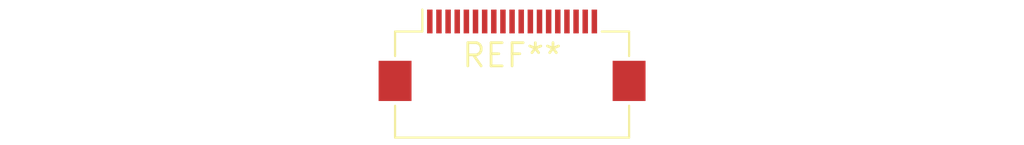
<source format=kicad_pcb>
(kicad_pcb (version 20240108) (generator pcbnew)
  (layers (0 "F.Cu" signal) (31 "B.Cu" signal) (34 "B.Paste" user) (35 "F.Paste" user) (36 "B.SilkS" user "B.Silkscreen") (37 "F.SilkS" user "F.Silkscreen") (38 "B.Mask" user) (39 "F.Mask" user) (44 "Edge.Cuts" user))
  (net 0 "")
  (footprint "Hirose_FH12-19S-0.5SH_1x19-1MP_P0.50mm_Horizontal" (layer "F.Cu") (at 0 0)
    (property "Reference" "REF**")
    (property "Value" "Hirose_FH12-19S-0.5SH_1x19-1MP_P0.50mm_Horizontal")
    (fp_line (start -6.4 -1.3) (end -6.4 0.04) (layer "F.SilkS") (stroke (width 0.12)))
    (fp_line (start -6.4 2.76) (end -6.4 4.5) (layer "F.SilkS") (stroke (width 0.12)))
    (fp_line (start -6.4 4.5) (end 6.4 4.5) (layer "F.SilkS") (stroke (width 0.12)))
    (fp_line (start -4.91 -1.3) (end -6.4 -1.3) (layer "F.SilkS") (stroke (width 0.12)))
    (fp_line (start -4.91 -1.3) (end -4.91 -2.5) (layer "F.SilkS") (stroke (width 0.12)))
    (fp_line (start 4.91 -1.3) (end 6.4 -1.3) (layer "F.SilkS") (stroke (width 0.12)))
    (fp_line (start 6.4 -1.3) (end 6.4 0.04) (layer "F.SilkS") (stroke (width 0.12)))
    (fp_line (start 6.4 4.5) (end 6.4 2.76) (layer "F.SilkS") (stroke (width 0.12)))
    (pad "1" smd rect (at -4.5 -1.85) (size 0.3 1.3) (layers "F.Cu" "F.Paste" "F.Mask"))
    (pad "2" smd rect (at -4 -1.85) (size 0.3 1.3) (layers "F.Cu" "F.Paste" "F.Mask"))
    (pad "3" smd rect (at -3.5 -1.85) (size 0.3 1.3) (layers "F.Cu" "F.Paste" "F.Mask"))
    (pad "4" smd rect (at -3 -1.85) (size 0.3 1.3) (layers "F.Cu" "F.Paste" "F.Mask"))
    (pad "5" smd rect (at -2.5 -1.85) (size 0.3 1.3) (layers "F.Cu" "F.Paste" "F.Mask"))
    (pad "6" smd rect (at -2 -1.85) (size 0.3 1.3) (layers "F.Cu" "F.Paste" "F.Mask"))
    (pad "7" smd rect (at -1.5 -1.85) (size 0.3 1.3) (layers "F.Cu" "F.Paste" "F.Mask"))
    (pad "8" smd rect (at -1 -1.85) (size 0.3 1.3) (layers "F.Cu" "F.Paste" "F.Mask"))
    (pad "9" smd rect (at -0.5 -1.85) (size 0.3 1.3) (layers "F.Cu" "F.Paste" "F.Mask"))
    (pad "10" smd rect (at 0 -1.85) (size 0.3 1.3) (layers "F.Cu" "F.Paste" "F.Mask"))
    (pad "11" smd rect (at 0.5 -1.85) (size 0.3 1.3) (layers "F.Cu" "F.Paste" "F.Mask"))
    (pad "12" smd rect (at 1 -1.85) (size 0.3 1.3) (layers "F.Cu" "F.Paste" "F.Mask"))
    (pad "13" smd rect (at 1.5 -1.85) (size 0.3 1.3) (layers "F.Cu" "F.Paste" "F.Mask"))
    (pad "14" smd rect (at 2 -1.85) (size 0.3 1.3) (layers "F.Cu" "F.Paste" "F.Mask"))
    (pad "15" smd rect (at 2.5 -1.85) (size 0.3 1.3) (layers "F.Cu" "F.Paste" "F.Mask"))
    (pad "16" smd rect (at 3 -1.85) (size 0.3 1.3) (layers "F.Cu" "F.Paste" "F.Mask"))
    (pad "17" smd rect (at 3.5 -1.85) (size 0.3 1.3) (layers "F.Cu" "F.Paste" "F.Mask"))
    (pad "18" smd rect (at 4 -1.85) (size 0.3 1.3) (layers "F.Cu" "F.Paste" "F.Mask"))
    (pad "19" smd rect (at 4.5 -1.85) (size 0.3 1.3) (layers "F.Cu" "F.Paste" "F.Mask"))
    (pad "MP" smd rect (at -6.4 1.4) (size 1.8 2.2) (layers "F.Cu" "F.Paste" "F.Mask"))
    (pad "MP" smd rect (at 6.4 1.4) (size 1.8 2.2) (layers "F.Cu" "F.Paste" "F.Mask"))
  )
)
</source>
